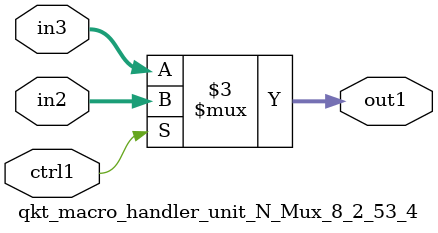
<source format=v>

`timescale 1ps / 1ps


module qkt_macro_handler_unit_N_Mux_8_2_53_4( in3, in2, ctrl1, out1 );

    input [7:0] in3;
    input [7:0] in2;
    input ctrl1;
    output [7:0] out1;
    reg [7:0] out1;

    
    // rtl_process:qkt_macro_handler_unit_N_Mux_8_2_53_4/qkt_macro_handler_unit_N_Mux_8_2_53_4_thread_1
    always @*
      begin : qkt_macro_handler_unit_N_Mux_8_2_53_4_thread_1
        case (ctrl1) 
          1'b1: 
            begin
              out1 = in2;
            end
          default: 
            begin
              out1 = in3;
            end
        endcase
      end

endmodule



</source>
